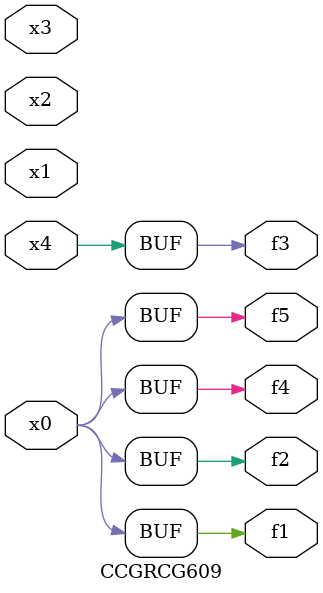
<source format=v>
module CCGRCG609(
	input x0, x1, x2, x3, x4,
	output f1, f2, f3, f4, f5
);
	assign f1 = x0;
	assign f2 = x0;
	assign f3 = x4;
	assign f4 = x0;
	assign f5 = x0;
endmodule

</source>
